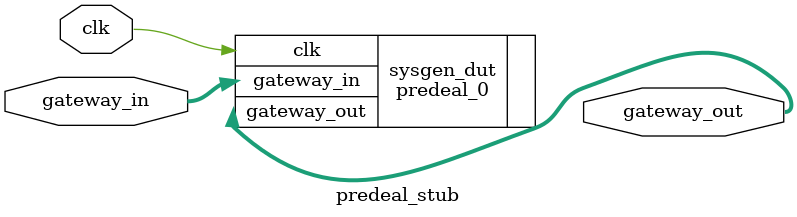
<source format=v>
`timescale 1 ns / 10 ps
module predeal_stub (
  input [24-1:0] gateway_in,
  input clk,
  output [24-1:0] gateway_out
);
  predeal_0 sysgen_dut (
    .gateway_in(gateway_in),
    .clk(clk),
    .gateway_out(gateway_out)
  );
endmodule

</source>
